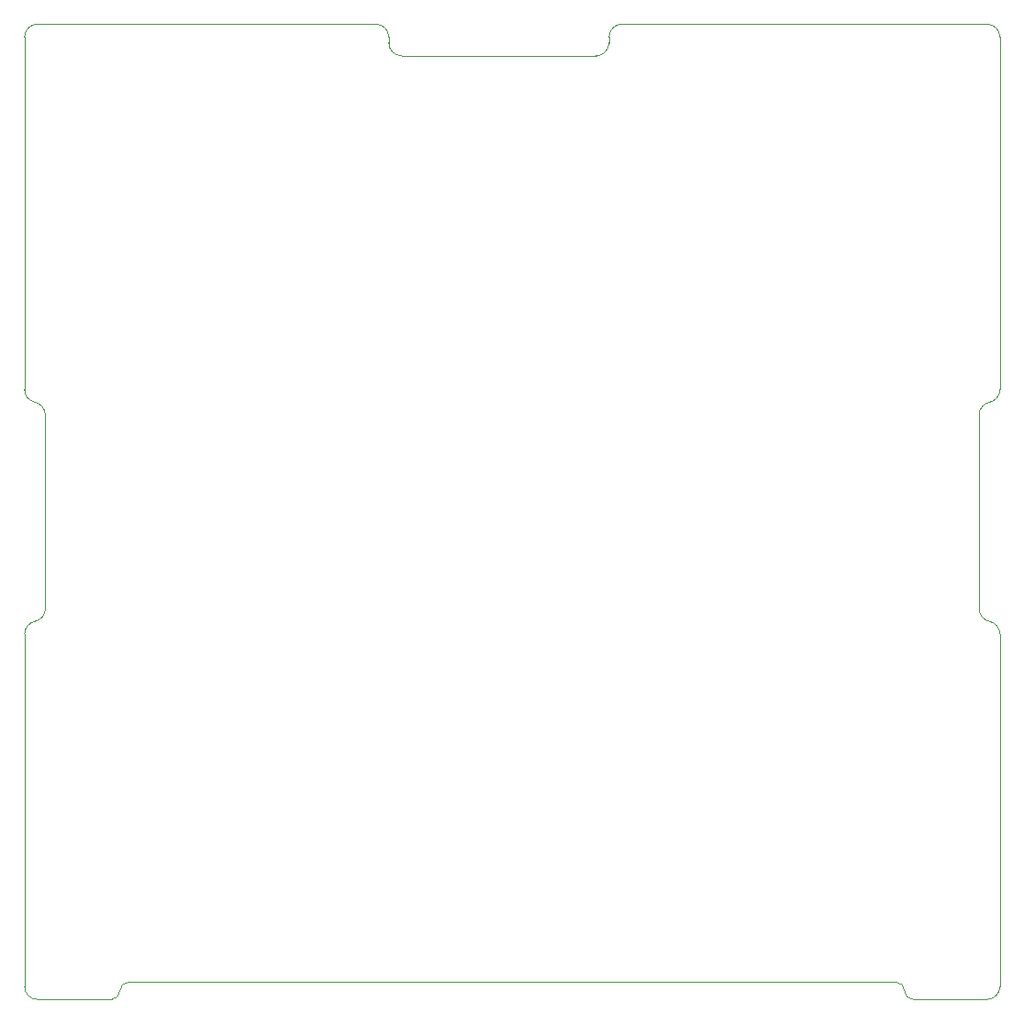
<source format=gbr>
G04*
G04 #@! TF.GenerationSoftware,Altium Limited,Altium Designer,24.1.2 (44)*
G04*
G04 Layer_Color=0*
%FSLAX44Y44*%
%MOMM*%
G71*
G04*
G04 #@! TF.SameCoordinates,FF60899B-E9A6-4C8F-AFAD-FD19F3B54CA5*
G04*
G04*
G04 #@! TF.FilePolarity,Positive*
G04*
G01*
G75*
%ADD77C,0.0254*%
D77*
X12000Y-0D02*
G02*
X0Y12000I0J12000D01*
G01*
X-0Y337230D01*
X10Y337110D01*
D02*
G02*
X9926Y348928I12000J0D01*
G01*
X9284Y348832D01*
D02*
G03*
X19200Y360650I-2084J11818D01*
G01*
Y539350D01*
D02*
G03*
X9284Y551168I-12000J0D01*
G01*
X9926Y551052D01*
D02*
G02*
X10Y562870I2084J11818D01*
G01*
X0Y562660D01*
Y888000D01*
D02*
G02*
X12000Y900000I12000J0D01*
G01*
X324100Y900000D01*
D02*
G02*
X336100Y888000I0J-12000D01*
G01*
Y882700D01*
D02*
G03*
X348100Y870700I12000J0D01*
G01*
X527300D01*
D02*
G03*
X539300Y882700I0J12000D01*
G01*
Y888000D01*
D02*
G02*
X551300Y900000I12000J0D01*
G01*
X888000Y900000D01*
D02*
G02*
X900000Y888000I0J-12000D01*
G01*
X900000Y562910D01*
X900000Y562850D01*
D02*
G02*
X890084Y551032I-12000J-0D01*
G01*
X890716Y551168D01*
D02*
G03*
X880800Y539350I2084J-11818D01*
G01*
Y360650D01*
D02*
G03*
X890716Y348832I12000J0D01*
G01*
X890094Y348968D01*
D02*
G02*
X900010Y337150I-2084J-11818D01*
G01*
X900000Y337360D01*
X900000Y12000D01*
D02*
G02*
X888000Y-0I-12000J0D01*
G01*
X819700D01*
X820000Y0D01*
D02*
G02*
X812000Y8000I0J8000D01*
G01*
D02*
G03*
X804000Y16000I-8000J0D01*
G01*
X96000Y16000D01*
D02*
G03*
X88000Y8000I-0J-8000D01*
G01*
D02*
G02*
X80000Y0I-8000J0D01*
G01*
X80800Y-0D01*
X12000D01*
M02*

</source>
